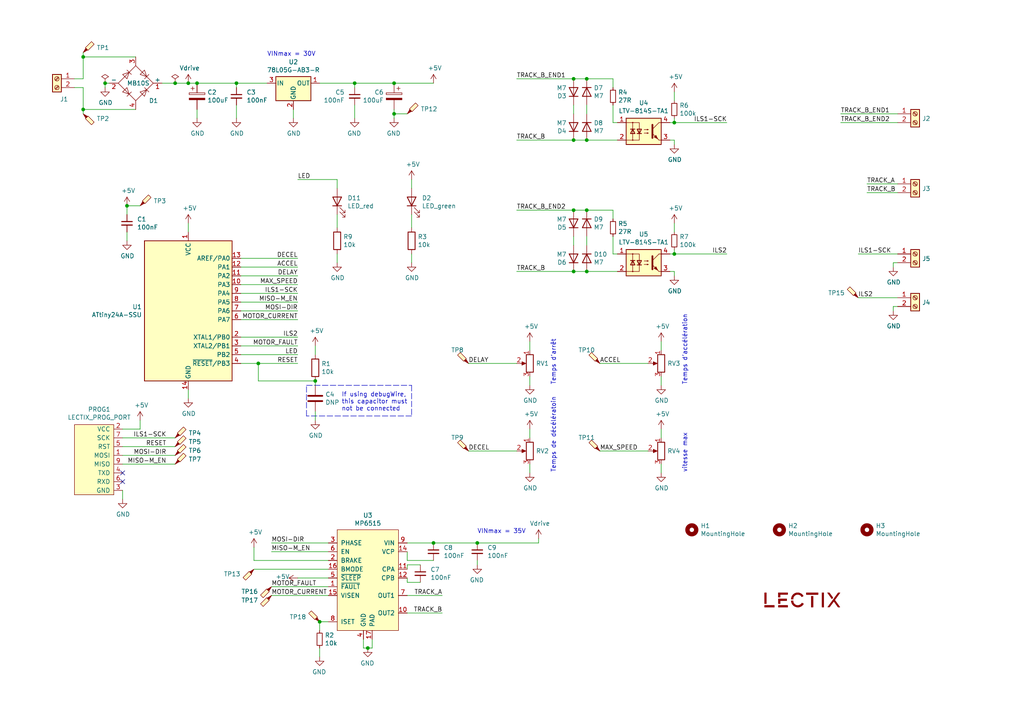
<source format=kicad_sch>
(kicad_sch (version 20211123) (generator eeschema)
  (paper "A4")
  (title_block (title "LEC032002 - Navette analogique") (date "2023-04-19") (rev "2") (company "LECTIX"))
  (lib_symbols
    (symbol "0_connectors:LECTIX_PROG_PORT" (pin_names (offset 1.016))
      (property "Reference" "PROG" (at -5.08 11.43 0))
      (property "Value" "0_connectors_LECTIX_PROG_PORT" (at -6.35 0 90))
      (symbol "LECTIX_PROG_PORT_1_1"
        (pin input line (at 6.35 1.27 180) (length 2.54) (name "MOSI") (number "1"))
        (pin power_in line (at 6.35 -8.89 180) (length 2.54) hide (name "GND") (number "10"))
        (pin power_in line (at 6.35 8.89 180) (length 2.54) (name "VCC") (number "2"))
        (pin power_in line (at 6.35 -8.89 180) (length 2.54) (name "GND") (number "3"))
        (pin output line (at 6.35 -3.81 180) (length 2.54) (name "TXD") (number "4"))
        (pin bidirectional line (at 6.35 3.81 180) (length 2.54) (name "RST") (number "5"))
        (pin input line (at 6.35 -6.35 180) (length 2.54) (name "RXD") (number "6"))
        (pin bidirectional line (at 6.35 6.35 180) (length 2.54) (name "SCK") (number "7"))
        (pin power_in line (at 6.35 -8.89 180) (length 2.54) hide (name "GND") (number "8"))
        (pin output line (at 6.35 -1.27 180) (length 2.54) (name "MISO") (number "9"))
      )
    )
    (symbol "0_connectors:Screw_Terminal_01x02_blue" (pin_names (offset 1.016) hide)
      (property "Reference" "J" (at 0 2.54 0))
      (symbol "Screw_Terminal_01x02_blue_1_1"
        (pin passive line (at -5.08 0 0) (length 3.81) (name "Pin_1") (number "1"))
        (pin passive line (at -5.08 -2.54 0) (length 3.81) (name "Pin_2") (number "2"))
      )
    )
    (symbol "0_connectors:Screw_Terminal_01x02_green" (pin_names (offset 1.016) hide)
      (property "Reference" "J" (at 0 2.54 0))
      (symbol "Screw_Terminal_01x02_green_1_1"
        (pin passive line (at -5.08 0 0) (length 3.81) (name "Pin_1") (number "1"))
        (pin passive line (at -5.08 -2.54 0) (length 3.81) (name "Pin_2") (number "2"))
      )
    )
    (symbol "0_converter_dcdc:78L05G-AB3-R" (pin_names (offset 0.254))
      (property "Reference" "U" (at -3.81 3.175 0))
      (property "Value" "0_converter_dcdc_78L05G-AB3-R" (at -0.635 3.175 0))
      (symbol "78L05G-AB3-R_1_1"
        (pin power_out line (at 7.62 0 180) (length 2.54) (name "OUT") (number "1"))
        (pin power_in line (at 0 -7.62 90) (length 2.54) (name "GND") (number "2"))
        (pin power_in line (at -7.62 0 0) (length 2.54) (name "IN") (number "3"))
      )
    )
    (symbol "0_diode:M7" (pin_numbers hide) (pin_names (offset 1.016) hide)
      (property "Reference" "D" (at 0 2.54 0))
      (property "Value" "0_diode_M7" (at 0 -2.54 0))
      (symbol "M7_1_1"
        (pin passive line (at -3.81 0 0) (length 2.54) (name "K") (number "1"))
        (pin passive line (at 3.81 0 180) (length 2.54) (name "A") (number "2"))
      )
    )
    (symbol "0_diode_bridge:MB10S" (pin_names (offset 0))
      (property "Reference" "D" (at 2.54 6.985 0))
      (property "Value" "0_diode_bridge_MB10S" (at 2.54 5.08 0))
      (property "LCSC" "C2488" (at 0 0 0))
      (property "Mfr" "MDD" (at 0 0 0))
      (property "MPN" "MB10S" (at 0 0 0))
      (property "Supplier" "LCSC" (at 0 0 0))
      (symbol "MB10S_1_1"
        (pin passive line (at 7.62 0 180) (length 2.54) (name "+") (number "1"))
        (pin passive line (at -7.62 0 0) (length 2.54) (name "-") (number "2"))
        (pin passive line (at 0 -7.62 90) (length 2.54) (name "~") (number "3"))
        (pin passive line (at 0 7.62 270) (length 2.54) (name "~") (number "4"))
      )
    )
    (symbol "0_ic:ATtiny24A-SSU"
      (property "Reference" "U" (at -12.7 21.59 0))
      (property "Value" "0_ic_ATtiny24A-SSU" (at 2.54 -21.59 0))
      (symbol "ATtiny24A-SSU_1_1"
        (pin power_in line (at 0 22.86 270) (length 2.54) (name "VCC") (number "1"))
        (pin bidirectional line (at 15.24 7.62 180) (length 2.54) (name "PA3") (number "10"))
        (pin bidirectional line (at 15.24 10.16 180) (length 2.54) (name "PA2") (number "11"))
        (pin bidirectional line (at 15.24 12.7 180) (length 2.54) (name "PA1") (number "12"))
        (pin bidirectional line (at 15.24 15.24 180) (length 2.54) (name "AREF/PA0") (number "13"))
        (pin power_in line (at 0 -22.86 90) (length 2.54) (name "GND") (number "14"))
        (pin bidirectional line (at 15.24 -7.62 180) (length 2.54) (name "XTAL1/PB0") (number "2"))
        (pin bidirectional line (at 15.24 -10.16 180) (length 2.54) (name "XTAL2/PB1") (number "3"))
        (pin bidirectional line (at 15.24 -15.24 180) (length 2.54) (name "~{RESET}/PB3") (number "4"))
        (pin bidirectional line (at 15.24 -12.7 180) (length 2.54) (name "PB2") (number "5"))
        (pin bidirectional line (at 15.24 -2.54 180) (length 2.54) (name "PA7") (number "6"))
        (pin bidirectional line (at 15.24 0 180) (length 2.54) (name "PA6") (number "7"))
        (pin bidirectional line (at 15.24 2.54 180) (length 2.54) (name "PA5") (number "8"))
        (pin bidirectional line (at 15.24 5.08 180) (length 2.54) (name "PA4") (number "9"))
      )
    )
    (symbol "0_ic:MP6515" (pin_names (offset 1.016))
      (property "Reference" "U" (at -7.62 11.43 0))
      (property "Value" "0_ic_MP6515" (at -1.27 8.89 0))
      (symbol "MP6515_1_1"
        (pin open_collector line (at -11.43 -6.35 0) (length 2.54) (name "~{FAULT}") (number "1"))
        (pin output line (at 11.43 -13.97 180) (length 2.54) (name "OUT2") (number "10"))
        (pin passive line (at 11.43 -1.27 180) (length 2.54) (name "CPA") (number "11"))
        (pin passive line (at 11.43 -3.81 180) (length 2.54) (name "CPB") (number "12"))
        (pin power_in line (at -1.27 -21.59 90) (length 2.54) hide (name "GND") (number "13"))
        (pin output line (at 11.43 3.81 180) (length 2.54) (name "VCP") (number "14"))
        (pin output line (at -11.43 -8.89 0) (length 2.54) (name "VISEN") (number "15"))
        (pin input line (at -11.43 -1.27 0) (length 2.54) (name "BMODE") (number "16"))
        (pin power_in line (at 1.27 -21.59 90) (length 2.54) (name "PAD") (number "17"))
        (pin input line (at -11.43 1.27 0) (length 2.54) (name "BRAKE") (number "2"))
        (pin input line (at -11.43 6.35 0) (length 2.54) (name "PHASE") (number "3"))
        (pin power_in line (at -1.27 -21.59 90) (length 2.54) (name "GND") (number "4"))
        (pin input line (at -11.43 -3.81 0) (length 2.54) (name "~{SLEEP}") (number "5"))
        (pin input line (at -11.43 3.81 0) (length 2.54) (name "EN") (number "6"))
        (pin output line (at 11.43 -8.89 180) (length 2.54) (name "OUT1") (number "7"))
        (pin input line (at -11.43 -16.51 0) (length 2.54) (name "ISET") (number "8"))
        (pin power_in line (at 11.43 6.35 180) (length 2.54) (name "VIN") (number "9"))
      )
    )
    (symbol "0_led:LED_green" (pin_numbers hide) (pin_names (offset 1.016) hide)
      (property "Reference" "D" (at 0 2.54 0))
      (property "Value" "0_led_LED_green" (at 0 -2.54 0))
      (symbol "LED_green_1_1"
        (pin passive line (at -3.81 0 0) (length 2.54) (name "K") (number "1"))
        (pin passive line (at 3.81 0 180) (length 2.54) (name "A") (number "2"))
      )
    )
    (symbol "0_led:LED_red" (pin_numbers hide) (pin_names (offset 1.016) hide)
      (property "Reference" "D" (at 0 2.54 0))
      (property "Value" "0_led_LED_red" (at 0 -2.54 0))
      (symbol "LED_red_1_1"
        (pin passive line (at -3.81 0 0) (length 2.54) (name "K") (number "1"))
        (pin passive line (at 3.81 0 180) (length 2.54) (name "A") (number "2"))
      )
    )
    (symbol "0_logos:logo_lectix_25mm" (pin_names (offset 1.016)))
    (symbol "0_optocouplers:LTV-814S-TA1" (pin_names (offset 1.016))
      (property "Reference" "U" (at -5.334 4.826 0))
      (property "Value" "0_optocouplers_LTV-814S-TA1" (at 0 5.08 0))
      (symbol "LTV-814S-TA1_1_1"
        (pin passive line (at -7.62 2.54 0) (length 2.54) (name "~") (number "1"))
        (pin passive line (at -7.62 -2.54 0) (length 2.54) (name "~") (number "2"))
        (pin passive line (at 7.62 -2.54 180) (length 2.54) (name "~") (number "3"))
        (pin passive line (at 7.62 2.54 180) (length 2.54) (name "~") (number "4"))
      )
    )
    (symbol "0_potentiometer:pot_tht_100k_3362P" (pin_names (offset 1.016) hide)
      (property "Reference" "RV" (at -4.445 0 90))
      (property "Value" "0_potentiometer_pot_tht_100k_3362P" (at -2.54 0 90))
      (symbol "pot_tht_100k_3362P_1_1"
        (pin passive line (at 0 3.81 270) (length 1.27) (name "1") (number "1"))
        (pin passive line (at 3.81 0 180) (length 1.27) (name "2") (number "2"))
        (pin passive line (at 0 -3.81 90) (length 1.27) (name "3") (number "3"))
      )
    )
    (symbol "Connector:TestPoint_Probe" (pin_numbers hide) (pin_names (offset 0.762) hide)
      (property "Reference" "TP" (at 1.651 5.842 0))
      (property "Value" "TestPoint_Probe" (at 1.651 4.064 0))
      (symbol "TestPoint_Probe_1_1"
        (pin passive line (at 0 0 90) (length 0) (name "1") (number "1"))
      )
    )
    (symbol "Device:C" (pin_numbers hide) (pin_names (offset 0.254))
      (property "Reference" "C" (at 0.635 2.54 0))
      (property "Value" "C" (at 0.635 -2.54 0))
      (symbol "C_1_1"
        (pin passive line (at 0 3.81 270) (length 2.794) (name "~") (number "1"))
        (pin passive line (at 0 -3.81 90) (length 2.794) (name "~") (number "2"))
      )
    )
    (symbol "Device:CP" (pin_numbers hide) (pin_names (offset 0.254))
      (property "Reference" "C" (at 0.635 2.54 0))
      (property "Value" "Device_CP" (at 0.635 -2.54 0))
      (symbol "CP_1_1"
        (pin passive line (at 0 3.81 270) (length 2.794) (name "~") (number "1"))
        (pin passive line (at 0 -3.81 90) (length 2.794) (name "~") (number "2"))
      )
    )
    (symbol "Device:C_Small" (pin_numbers hide) (pin_names (offset 0.254) hide)
      (property "Reference" "C" (at 0.254 1.778 0))
      (property "Value" "C_Small" (at 0.254 -2.032 0))
      (symbol "C_Small_1_1"
        (pin passive line (at 0 2.54 270) (length 2.032) (name "~") (number "1"))
        (pin passive line (at 0 -2.54 90) (length 2.032) (name "~") (number "2"))
      )
    )
    (symbol "Device:R" (pin_numbers hide) (pin_names (offset 0))
      (property "Reference" "R" (at 2.032 0 90))
      (property "Value" "R" (at 0 0 90))
      (symbol "R_1_1"
        (pin passive line (at 0 3.81 270) (length 1.27) (name "~") (number "1"))
        (pin passive line (at 0 -3.81 90) (length 1.27) (name "~") (number "2"))
      )
    )
    (symbol "Device:R_Small" (pin_numbers hide) (pin_names (offset 0.254) hide)
      (property "Reference" "R" (at 0.762 0.508 0))
      (property "Value" "R_Small" (at 0.762 -1.016 0))
      (symbol "R_Small_1_1"
        (pin passive line (at 0 2.54 270) (length 0.762) (name "~") (number "1"))
        (pin passive line (at 0 -2.54 90) (length 0.762) (name "~") (number "2"))
      )
    )
    (symbol "Mechanical:MountingHole" (pin_names (offset 1.016))
      (property "Reference" "H" (at 0 5.08 0))
      (property "Value" "MountingHole" (at 0 3.175 0))
    )
    (symbol "power:+5V" (power) (pin_names (offset 0))
      (property "Value" "+5V" (at 0 3.556 0))
      (symbol "+5V_1_1"
        (pin power_in line (at 0 0 90) (length 0) hide (name "+5V") (number "1"))
      )
    )
    (symbol "power:GND" (power) (pin_names (offset 0))
      (property "Value" "GND" (at 0 -3.81 0))
      (symbol "GND_1_1"
        (pin power_in line (at 0 0 270) (length 0) hide (name "GND") (number "1"))
      )
    )
    (symbol "power:PWR_FLAG" (power) (pin_numbers hide) (pin_names (offset 0) hide)
      (property "Value" "PWR_FLAG" (at 0 3.81 0))
      (symbol "PWR_FLAG_0_0"
        (pin power_out line (at 0 0 90) (length 0) (name "pwr") (number "1"))
      )
    )
    (symbol "power:Vdrive" (power) (pin_names (offset 0))
      (property "Value" "Vdrive" (at 0 3.81 0))
      (symbol "Vdrive_1_1"
        (pin power_in line (at 0 0 90) (length 0) hide (name "Vdrive") (number "1"))
      )
    )
  )
  (junction (at 170.18 40.64))
  (junction (at 74.93 105.41))
  (junction (at 57.15 24.13))
  (junction (at 24.13 16.51))
  (junction (at 138.43 157.48))
  (junction (at 91.44 110.49))
  (junction (at 68.58 24.13))
  (junction (at 195.58 73.66))
  (junction (at 166.37 78.74))
  (junction (at 54.61 24.13))
  (junction (at 24.13 31.75))
  (junction (at 36.83 59.69))
  (junction (at 125.73 157.48))
  (junction (at 166.37 40.64))
  (junction (at 166.37 22.86))
  (junction (at 170.18 78.74))
  (junction (at 114.3 33.02))
  (junction (at 102.87 24.13))
  (junction (at 170.18 22.86))
  (junction (at 106.68 187.96))
  (junction (at 114.3 24.13))
  (junction (at 170.18 60.96))
  (junction (at 166.37 60.96))
  (junction (at 30.48 24.13))
  (junction (at 50.8 24.13))
  (junction (at 92.71 180.34))
  (junction (at 195.58 35.56))
  (no_connect (at 35.56 137.16))
  (no_connect (at 35.56 139.7))
  (wire (pts (xy 40.64 59.69) (xy 36.83 59.69)))
  (wire (pts (xy 92.71 182.88) (xy 92.71 180.34)))
  (wire (pts (xy 69.85 105.41) (xy 74.93 105.41)))
  (wire (pts (xy 114.3 33.02) (xy 114.3 34.29)))
  (wire (pts (xy 92.71 190.5) (xy 92.71 187.96)))
  (wire (pts (xy 46.99 24.13) (xy 50.8 24.13)))
  (wire (pts (xy 170.18 40.64) (xy 179.07 40.64)))
  (wire (pts (xy 69.85 87.63) (xy 86.36 87.63)))
  (wire (pts (xy 195.58 73.66) (xy 210.82 73.66)))
  (wire (pts (xy 260.35 35.56) (xy 243.84 35.56)))
  (wire (pts (xy 195.58 26.67) (xy 195.58 29.21)))
  (polyline (pts (xy 88.9 111.76) (xy 119.38 111.76)))
  (wire (pts (xy 54.61 64.77) (xy 54.61 67.31)))
  (wire (pts (xy 69.85 90.17) (xy 86.36 90.17)))
  (wire (pts (xy 114.3 24.13) (xy 125.73 24.13)))
  (wire (pts (xy 195.58 80.01) (xy 195.58 78.74)))
  (wire (pts (xy 95.25 165.1) (xy 73.66 165.1)))
  (wire (pts (xy 97.79 52.07) (xy 86.36 52.07)))
  (wire (pts (xy 118.11 167.64) (xy 118.11 168.91)))
  (wire (pts (xy 36.83 67.31) (xy 36.83 69.85)))
  (wire (pts (xy 177.8 73.66) (xy 177.8 68.58)))
  (wire (pts (xy 35.56 142.24) (xy 35.56 144.78)))
  (wire (pts (xy 119.38 54.61) (xy 119.38 52.07)))
  (wire (pts (xy 259.08 77.47) (xy 259.08 76.2)))
  (wire (pts (xy 30.48 24.13) (xy 31.75 24.13)))
  (wire (pts (xy 118.11 33.02) (xy 114.3 33.02)))
  (wire (pts (xy 153.67 109.22) (xy 153.67 111.76)))
  (wire (pts (xy 260.35 86.36) (xy 248.92 86.36)))
  (wire (pts (xy 118.11 177.8) (xy 128.27 177.8)))
  (wire (pts (xy 97.79 66.04) (xy 97.79 62.23)))
  (wire (pts (xy 107.95 187.96) (xy 106.68 187.96)))
  (wire (pts (xy 68.58 30.48) (xy 68.58 34.29)))
  (wire (pts (xy 92.71 180.34) (xy 95.25 180.34)))
  (wire (pts (xy 24.13 25.4) (xy 21.59 25.4)))
  (wire (pts (xy 73.66 162.56) (xy 95.25 162.56)))
  (wire (pts (xy 153.67 99.06) (xy 153.67 101.6)))
  (wire (pts (xy 97.79 54.61) (xy 97.79 52.07)))
  (wire (pts (xy 166.37 78.74) (xy 149.86 78.74)))
  (wire (pts (xy 177.8 63.5) (xy 177.8 60.96)))
  (wire (pts (xy 195.58 40.64) (xy 194.31 40.64)))
  (wire (pts (xy 102.87 30.48) (xy 102.87 34.29)))
  (wire (pts (xy 35.56 129.54) (xy 50.8 129.54)))
  (wire (pts (xy 156.21 157.48) (xy 156.21 156.21)))
  (wire (pts (xy 68.58 24.13) (xy 77.47 24.13)))
  (wire (pts (xy 260.35 55.88) (xy 251.46 55.88)))
  (wire (pts (xy 68.58 25.4) (xy 68.58 24.13)))
  (wire (pts (xy 153.67 134.62) (xy 153.67 137.16)))
  (wire (pts (xy 170.18 30.48) (xy 170.18 33.02)))
  (wire (pts (xy 191.77 99.06) (xy 191.77 101.6)))
  (wire (pts (xy 106.68 187.96) (xy 105.41 187.96)))
  (wire (pts (xy 260.35 33.02) (xy 243.84 33.02)))
  (wire (pts (xy 69.85 74.93) (xy 86.36 74.93)))
  (wire (pts (xy 107.95 185.42) (xy 107.95 187.96)))
  (wire (pts (xy 118.11 168.91) (xy 121.92 168.91)))
  (wire (pts (xy 30.48 24.13) (xy 30.48 25.4)))
  (wire (pts (xy 187.96 105.41) (xy 173.99 105.41)))
  (wire (pts (xy 195.58 35.56) (xy 210.82 35.56)))
  (wire (pts (xy 69.85 92.71) (xy 86.36 92.71)))
  (wire (pts (xy 35.56 132.08) (xy 50.8 132.08)))
  (wire (pts (xy 191.77 124.46) (xy 191.77 127)))
  (wire (pts (xy 179.07 35.56) (xy 177.8 35.56)))
  (wire (pts (xy 191.77 109.22) (xy 191.77 111.76)))
  (wire (pts (xy 57.15 31.75) (xy 57.15 34.29)))
  (wire (pts (xy 170.18 60.96) (xy 166.37 60.96)))
  (wire (pts (xy 74.93 105.41) (xy 86.36 105.41)))
  (wire (pts (xy 24.13 16.51) (xy 24.13 22.86)))
  (wire (pts (xy 24.13 33.02) (xy 24.13 31.75)))
  (wire (pts (xy 118.11 157.48) (xy 125.73 157.48)))
  (wire (pts (xy 166.37 60.96) (xy 149.86 60.96)))
  (wire (pts (xy 40.64 124.46) (xy 35.56 124.46)))
  (wire (pts (xy 170.18 68.58) (xy 170.18 71.12)))
  (polyline (pts (xy 88.9 120.65) (xy 88.9 111.76)))
  (wire (pts (xy 73.66 158.75) (xy 73.66 162.56)))
  (wire (pts (xy 95.25 160.02) (xy 78.74 160.02)))
  (wire (pts (xy 153.67 124.46) (xy 153.67 127)))
  (wire (pts (xy 195.58 73.66) (xy 194.31 73.66)))
  (wire (pts (xy 166.37 40.64) (xy 170.18 40.64)))
  (wire (pts (xy 69.85 77.47) (xy 86.36 77.47)))
  (wire (pts (xy 187.96 130.81) (xy 173.99 130.81)))
  (wire (pts (xy 177.8 22.86) (xy 170.18 22.86)))
  (wire (pts (xy 118.11 172.72) (xy 128.27 172.72)))
  (wire (pts (xy 102.87 25.4) (xy 102.87 24.13)))
  (wire (pts (xy 121.92 163.83) (xy 118.11 163.83)))
  (wire (pts (xy 50.8 24.13) (xy 54.61 24.13)))
  (wire (pts (xy 24.13 16.51) (xy 39.37 16.51)))
  (wire (pts (xy 260.35 53.34) (xy 251.46 53.34)))
  (wire (pts (xy 92.71 24.13) (xy 102.87 24.13)))
  (wire (pts (xy 102.87 24.13) (xy 114.3 24.13)))
  (wire (pts (xy 114.3 31.75) (xy 114.3 33.02)))
  (wire (pts (xy 195.58 64.77) (xy 195.58 67.31)))
  (wire (pts (xy 36.83 59.69) (xy 36.83 62.23)))
  (wire (pts (xy 69.85 85.09) (xy 86.36 85.09)))
  (wire (pts (xy 125.73 162.56) (xy 118.11 162.56)))
  (wire (pts (xy 260.35 73.66) (xy 248.92 73.66)))
  (wire (pts (xy 166.37 68.58) (xy 166.37 71.12)))
  (wire (pts (xy 24.13 15.24) (xy 24.13 16.51)))
  (wire (pts (xy 69.85 97.79) (xy 86.36 97.79)))
  (wire (pts (xy 54.61 113.03) (xy 54.61 115.57)))
  (wire (pts (xy 195.58 78.74) (xy 194.31 78.74)))
  (wire (pts (xy 24.13 31.75) (xy 39.37 31.75)))
  (wire (pts (xy 119.38 66.04) (xy 119.38 62.23)))
  (wire (pts (xy 91.44 111.76) (xy 91.44 110.49)))
  (wire (pts (xy 195.58 72.39) (xy 195.58 73.66)))
  (wire (pts (xy 166.37 78.74) (xy 170.18 78.74)))
  (wire (pts (xy 85.09 31.75) (xy 85.09 34.29)))
  (wire (pts (xy 78.74 157.48) (xy 95.25 157.48)))
  (wire (pts (xy 24.13 22.86) (xy 21.59 22.86)))
  (wire (pts (xy 35.56 127) (xy 50.8 127)))
  (wire (pts (xy 149.86 105.41) (xy 135.89 105.41)))
  (wire (pts (xy 91.44 119.38) (xy 91.44 121.92)))
  (wire (pts (xy 91.44 110.49) (xy 74.93 110.49)))
  (wire (pts (xy 54.61 24.13) (xy 57.15 24.13)))
  (wire (pts (xy 179.07 73.66) (xy 177.8 73.66)))
  (wire (pts (xy 91.44 100.33) (xy 91.44 102.87)))
  (wire (pts (xy 78.74 170.18) (xy 95.25 170.18)))
  (wire (pts (xy 118.11 162.56) (xy 118.11 160.02)))
  (wire (pts (xy 86.36 167.64) (xy 95.25 167.64)))
  (wire (pts (xy 119.38 76.2) (xy 119.38 73.66)))
  (wire (pts (xy 191.77 134.62) (xy 191.77 137.16)))
  (wire (pts (xy 57.15 24.13) (xy 68.58 24.13)))
  (wire (pts (xy 177.8 25.4) (xy 177.8 22.86)))
  (wire (pts (xy 177.8 60.96) (xy 170.18 60.96)))
  (wire (pts (xy 24.13 31.75) (xy 24.13 25.4)))
  (wire (pts (xy 97.79 76.2) (xy 97.79 73.66)))
  (wire (pts (xy 195.58 35.56) (xy 194.31 35.56)))
  (wire (pts (xy 166.37 40.64) (xy 149.86 40.64)))
  (wire (pts (xy 259.08 88.9) (xy 260.35 88.9)))
  (wire (pts (xy 149.86 130.81) (xy 135.89 130.81)))
  (wire (pts (xy 259.08 76.2) (xy 260.35 76.2)))
  (polyline (pts (xy 119.38 111.76) (xy 119.38 120.65)))
  (wire (pts (xy 138.43 157.48) (xy 156.21 157.48)))
  (wire (pts (xy 170.18 78.74) (xy 179.07 78.74)))
  (wire (pts (xy 195.58 34.29) (xy 195.58 35.56)))
  (wire (pts (xy 170.18 22.86) (xy 166.37 22.86)))
  (wire (pts (xy 166.37 30.48) (xy 166.37 33.02)))
  (wire (pts (xy 69.85 102.87) (xy 86.36 102.87)))
  (polyline (pts (xy 119.38 120.65) (xy 88.9 120.65)))
  (wire (pts (xy 69.85 82.55) (xy 86.36 82.55)))
  (wire (pts (xy 69.85 80.01) (xy 86.36 80.01)))
  (wire (pts (xy 105.41 187.96) (xy 105.41 185.42)))
  (wire (pts (xy 118.11 163.83) (xy 118.11 165.1)))
  (wire (pts (xy 177.8 35.56) (xy 177.8 30.48)))
  (wire (pts (xy 35.56 134.62) (xy 50.8 134.62)))
  (wire (pts (xy 195.58 41.91) (xy 195.58 40.64)))
  (wire (pts (xy 40.64 121.92) (xy 40.64 124.46)))
  (wire (pts (xy 125.73 157.48) (xy 138.43 157.48)))
  (wire (pts (xy 166.37 22.86) (xy 149.86 22.86)))
  (wire (pts (xy 78.74 172.72) (xy 95.25 172.72)))
  (wire (pts (xy 74.93 110.49) (xy 74.93 105.41)))
  (wire (pts (xy 138.43 163.83) (xy 138.43 162.56)))
  (wire (pts (xy 69.85 100.33) (xy 86.36 100.33)))
  (wire (pts (xy 259.08 90.17) (xy 259.08 88.9)))
  (text "VINmax = 35V" (at 138.43 154.94 0) (effects (font (size 1.27 1.27)) (justify left bottom)))
  (text "vitesse max" (at 199.39 137.16 90) (effects (font (size 1.27 1.27)) (justify left bottom)))
  (text "VINmax = 30V" (at 77.47 16.51 0) (effects (font (size 1.27 1.27)) (justify left bottom)))
  (text "Temps d’arrêt" (at 161.29 111.76 90) (effects (font (size 1.27 1.27)) (justify left bottom)))
  (text "If using debugWire, \nthis capacitor must \nnot be connected" (at 99.06 119.38 0) (effects (font (size 1.27 1.27)) (justify left bottom)))
  (text "Temps d’accélération" (at 199.39 111.76 90) (effects (font (size 1.27 1.27)) (justify left bottom)))
  (text "Temps de décélératoin" (at 161.29 137.16 90) (effects (font (size 1.27 1.27)) (justify left bottom)))
  (label "ACCEL" (at 86.36 77.47 180))
  (label "MOTOR_CURRENT" (at 78.74 172.72 0))
  (label "MISO-M_EN" (at 48.26 134.62 180))
  (label "MOTOR_FAULT" (at 78.74 170.18 0))
  (label "TRACK_A" (at 251.46 53.34 0))
  (label "MOSI-DIR" (at 48.26 132.08 180))
  (label "ILS2" (at 248.92 86.36 0))
  (label "DECEL" (at 135.89 130.81 0))
  (label "TRACK_B" (at 128.27 177.8 180))
  (label "MOTOR_FAULT" (at 86.36 100.33 180))
  (label "ILS1-SCK" (at 86.36 85.09 180))
  (label "TRACK_B_END2" (at 149.86 60.96 0))
  (label "ILS2" (at 86.36 97.79 180))
  (label "ILS1-SCK" (at 248.92 73.66 0))
  (label "TRACK_B_END1" (at 243.84 33.02 0))
  (label "MAX_SPEED" (at 173.99 130.81 0))
  (label "MISO-M_EN" (at 78.74 160.02 0))
  (label "TRACK_B_END1" (at 149.86 22.86 0))
  (label "DELAY" (at 135.89 105.41 0))
  (label "DELAY" (at 86.36 80.01 180))
  (label "ACCEL" (at 173.99 105.41 0))
  (label "DECEL" (at 86.36 74.93 180))
  (label "LED" (at 86.36 102.87 180))
  (label "ILS2" (at 210.82 73.66 180))
  (label "MISO-M_EN" (at 86.36 87.63 180))
  (label "MAX_SPEED" (at 86.36 82.55 180))
  (label "MOSI-DIR" (at 78.74 157.48 0))
  (label "RESET" (at 48.26 129.54 180))
  (label "MOTOR_CURRENT" (at 86.36 92.71 180))
  (label "LED" (at 86.36 52.07 0))
  (label "TRACK_B" (at 149.86 40.64 0))
  (label "TRACK_B" (at 251.46 55.88 0))
  (label "TRACK_A" (at 128.27 172.72 180))
  (label "TRACK_B_END2" (at 243.84 35.56 0))
  (label "RESET" (at 86.36 105.41 180))
  (label "ILS1-SCK" (at 48.26 127 180))
  (label "ILS1-SCK" (at 210.82 35.56 180))
  (label "MOSI-DIR" (at 86.36 90.17 180))
  (label "TRACK_B" (at 149.86 78.74 0))
  (symbol (lib_id "power:GND") (at 54.61 115.57 0) (unit 1)
    (property "Reference" "#PWR08" (effects hide))
    (property "Value" "GND" (at 54.737 119.9642 0))
  )
  (symbol (lib_id "power:+5V") (at 54.61 64.77 0) (unit 1)
    (property "Reference" "#PWR07" (effects hide))
    (property "Value" "+5V" (at 54.991 60.3758 0))
  )
  (symbol (lib_id "Device:C") (at 91.44 115.57 0) (unit 1) (in_bom no)
    (property "Reference" "C4" (at 94.361 114.4016 0) (effects (justify left)))
    (property "Value" "DNP" (at 94.361 116.713 0) (effects (justify left)))
    (property "Footprint" "Capacitor_SMD:C_0603_1608Metric" (effects hide))
    (property "LCSC" "DNP" (effects hide))
  )
  (symbol (lib_id "power:GND") (at 91.44 121.92 0) (unit 1)
    (property "Reference" "#PWR014" (effects hide))
    (property "Value" "GND" (at 91.567 126.3142 0))
  )
  (symbol (lib_id "Device:C_Small") (at 36.83 64.77 0) (unit 1)
    (property "Reference" "C1" (at 39.751 63.6016 0) (effects (justify left)))
    (property "Value" "100nF" (at 39.751 65.913 0) (effects (justify left)))
    (property "Footprint" "Capacitor_SMD:C_0603_1608Metric" (effects hide))
    (property "LCSC" "C14663" (effects hide))
  )
  (symbol (lib_id "power:GND") (at 36.83 69.85 0) (unit 1)
    (property "Reference" "#PWR04" (effects hide))
    (property "Value" "GND" (at 36.957 74.2442 0))
  )
  (symbol (lib_id "power:+5V") (at 36.83 59.69 0) (unit 1)
    (property "Reference" "#PWR03" (effects hide))
    (property "Value" "+5V" (at 37.211 55.2958 0))
  )
  (symbol (lib_id "power:GND") (at 30.48 25.4 0) (unit 1)
    (property "Reference" "#PWR01" (effects hide))
    (property "Value" "GND" (at 30.607 29.7942 0))
  )
  (symbol (lib_id "Device:CP") (at 57.15 27.94 0) (unit 1)
    (property "Reference" "C2" (at 60.1472 26.7716 0) (effects (justify left)))
    (property "Value" "100uF" (at 60.1472 29.083 0) (effects (justify left)))
    (property "Footprint" "Capacitor_SMD:CP_Elec_6.3x7.7" (effects hide))
    (property "Buy" "https://lcsc.com/product-detail/Aluminum-Electrolytic-Capacitors-SMD_100uF-20-35V_C141427.html" (effects hide))
    (property "LCSC" "C249982" (effects hide))
  )
  (symbol (lib_id "power:GND") (at 57.15 34.29 0) (unit 1)
    (property "Reference" "#PWR09" (effects hide))
    (property "Value" "GND" (at 57.277 38.6842 0))
  )
  (symbol (lib_id "power:GND") (at 68.58 34.29 0) (unit 1)
    (property "Reference" "#PWR010" (effects hide))
    (property "Value" "GND" (at 68.707 38.6842 0))
  )
  (symbol (lib_id "power:GND") (at 85.09 34.29 0) (unit 1)
    (property "Reference" "#PWR011" (effects hide))
    (property "Value" "GND" (at 85.217 38.6842 0))
  )
  (symbol (lib_id "power:+5V") (at 125.73 24.13 0) (unit 1)
    (property "Reference" "#PWR021" (effects hide))
    (property "Value" "+5V" (at 126.111 19.7358 0))
  )
  (symbol (lib_id "Mechanical:MountingHole") (at 200.66 153.67 0) (unit 1)
    (property "Reference" "H1" (at 203.2 152.5016 0) (effects (justify left)))
    (property "Value" "MountingHole" (at 203.2 154.813 0) (effects (justify left)))
    (property "Footprint" "0_mechanical:MountingHole_3.2mm_M3" (effects hide))
    (property "LCSC" "DNP" (effects hide))
  )
  (symbol (lib_id "Mechanical:MountingHole") (at 226.06 153.67 0) (unit 1)
    (property "Reference" "H2" (at 228.6 152.5016 0) (effects (justify left)))
    (property "Value" "MountingHole" (at 228.6 154.813 0) (effects (justify left)))
    (property "Footprint" "0_mechanical:MountingHole_3.2mm_M3" (effects hide))
    (property "LCSC" "DNP" (effects hide))
  )
  (symbol (lib_id "Mechanical:MountingHole") (at 251.46 153.67 0) (unit 1)
    (property "Reference" "H3" (at 254 152.5016 0) (effects (justify left)))
    (property "Value" "MountingHole" (at 254 154.813 0) (effects (justify left)))
    (property "Footprint" "0_mechanical:MountingHole_3.2mm_M3" (effects hide))
    (property "LCSC" "DNP" (effects hide))
  )
  (symbol (lib_id "power:+5V") (at 153.67 99.06 0) (unit 1)
    (property "Reference" "#PWR024" (effects hide))
    (property "Value" "+5V" (at 154.051 94.6658 0))
  )
  (symbol (lib_id "power:GND") (at 153.67 111.76 0) (unit 1)
    (property "Reference" "#PWR025" (effects hide))
    (property "Value" "GND" (at 153.797 116.1542 0))
  )
  (symbol (lib_id "Device:R") (at 91.44 106.68 0) (unit 1)
    (property "Reference" "R1" (at 93.218 105.5116 0) (effects (justify left)))
    (property "Value" "10k" (at 93.218 107.823 0) (effects (justify left)))
    (property "Footprint" "Resistor_SMD:R_0603_1608Metric" (effects hide))
    (property "LCSC" "C25804" (effects hide))
  )
  (symbol (lib_id "power:+5V") (at 91.44 100.33 0) (unit 1)
    (property "Reference" "#PWR013" (effects hide))
    (property "Value" "+5V" (at 91.821 95.9358 0))
  )
  (symbol (lib_id "0_logos:logo_lectix_25mm") (at 232.41 173.99 0) (unit 1)
    (property "Reference" "LOGO1" (effects hide))
    (property "Value" "logo_lectix_25mm" (effects hide))
    (property "Footprint" "0_logos:Logo_10mm" (effects hide))
    (property "LCSC" "DNP" (effects hide))
  )
  (symbol (lib_id "Connector:TestPoint_Probe") (at 24.13 15.24 0) (unit 1)
    (property "Reference" "TP1" (at 28.0162 13.843 0) (effects (justify left)))
    (property "Value" "TestPoint_Probe" (effects hide))
    (property "Footprint" "TestPoint:TestPoint_Pad_D1.0mm" (effects hide))
    (property "LCSC" "DNP" (effects hide))
  )
  (symbol (lib_id "Connector:TestPoint_Probe") (at 24.13 33.02 0) (mirror x) (unit 1)
    (property "Reference" "TP2" (at 28.0162 34.417 0) (effects (justify left)))
    (property "Value" "TestPoint_Probe" (effects hide))
    (property "Footprint" "TestPoint:TestPoint_Pad_D1.0mm" (effects hide))
    (property "LCSC" "DNP" (effects hide))
  )
  (symbol (lib_id "0_diode_bridge:MB10S") (at 39.37 24.13 0) (mirror x) (unit 1)
    (property "Reference" "D1" (at 43.18 29.21 0) (effects (justify left)))
    (property "Value" "MB10S" (at 36.83 24.13 0) (effects (justify left)))
    (property "Footprint" "Package_TO_SOT_SMD:TO-269AA" (effects hide))
    (property "Datasheet" "https://www.mouser.fr/datasheet/2/308/MB10S-1301345.pdf" (effects hide))
    (property "LCSC" "C2488" (effects hide))
  )
  (symbol (lib_id "0_ic:ATtiny24A-SSU") (at 54.61 90.17 0) (unit 1)
    (property "Reference" "U1" (at 41.148 89.0016 0) (effects (justify right)))
    (property "Value" "ATtiny24A-SSU" (at 41.148 91.313 0) (effects (justify right)))
    (property "Footprint" "Package_SO:SOIC-14_3.9x8.7mm_P1.27mm" (effects hide))
    (property "Datasheet" "http://ww1.microchip.com/downloads/en/DeviceDoc/doc8006.pdf" (effects hide))
    (property "LCSC" "C14909" (effects hide))
    (property "LCSC-ALT" "C22101" (effects hide))
    (property "JLCPCB_CORRECTION" "0;0;90" (effects hide))
  )
  (symbol (lib_id "0_connectors:Screw_Terminal_01x02_green") (at 16.51 22.86 0) (mirror y) (unit 1)
    (property "Reference" "J1" (at 18.5928 28.7782 0))
    (property "Value" "Screw_Terminal_01x02_green" (effects hide))
    (property "Footprint" "0_connectors:TerminalBlock_bornier-2_P5.08mm-green" (effects hide))
    (property "Datasheet" "https://datasheet.lcsc.com/szlcsc/1912111437_DIBO-DB126V-5-0-2P-GN_C395849.pdf" (effects hide))
    (property "LCSC" "C395849" (effects hide))
    (property "MPN" "DB126V-5.0-2P-GN" (effects hide))
    (property "Supplier" "LCSC" (effects hide))
    (property "Mfr" "DIBO" (effects hide))
  )
  (symbol (lib_id "0_connectors:Screw_Terminal_01x02_blue") (at 265.43 53.34 0) (unit 1)
    (property "Reference" "J3" (at 267.462 54.7116 0) (effects (justify left)))
    (property "Value" "Screw_Terminal_01x02_blue" (effects hide))
    (property "Footprint" "0_connectors:TerminalBlock_bornier-2_P5.08mm-blue" (effects hide))
    (property "Datasheet" "https://datasheet.lcsc.com/szlcsc/1912111437_DIBO-DB301V-5-0-2P-BU-S_C395882.pdf" (effects hide))
    (property "LCSC" "C430621" (effects hide))
    (property "MPN" "DB301V-5.0-2P-BU-P" (effects hide))
    (property "Supplier" "LCSC" (effects hide))
    (property "Mfr" "DIBO" (effects hide))
    (property "JLCPCB_CORRECTION" "0;0;180" (effects hide))
  )
  (symbol (lib_id "0_potentiometer:pot_tht_100k_3362P") (at 153.67 105.41 0) (mirror y) (unit 1)
    (property "Reference" "RV1" (at 155.448 105.41 0) (effects (justify right)))
    (property "Value" "pot_smd_100k_3362P" (effects hide))
    (property "Footprint" "0_potentiometers:BOURNS-3362P_pot" (effects hide))
    (property "LCSC" "C118966" (effects hide))
    (property "MPN" "3362P-1-104" (effects hide))
    (property "Manufacturer" "BOCHEN(Chengdu Guosheng Tech)" (effects hide))
    (property "JLCPCB_CORRECTION" "1.27;0;0" (effects hide))
  )
  (symbol (lib_id "power:PWR_FLAG") (at 30.48 24.13 0) (unit 1)
    (property "Reference" "#FLG01" (effects hide))
    (property "Value" "PWR_FLAG" (effects hide))
  )
  (symbol (lib_id "power:PWR_FLAG") (at 50.8 24.13 0) (unit 1)
    (property "Reference" "#FLG02" (effects hide))
    (property "Value" "PWR_FLAG" (effects hide))
  )
  (symbol (lib_id "Device:R") (at 119.38 69.85 0) (unit 1)
    (property "Reference" "R3" (at 121.158 68.6816 0) (effects (justify left)))
    (property "Value" "10k" (at 121.158 70.993 0) (effects (justify left)))
    (property "Footprint" "Resistor_SMD:R_0603_1608Metric" (effects hide))
    (property "LCSC" "C25804" (effects hide))
  )
  (symbol (lib_id "power:GND") (at 119.38 76.2 0) (unit 1)
    (property "Reference" "#PWR019" (effects hide))
    (property "Value" "GND" (at 119.507 80.5942 0))
  )
  (symbol (lib_id "0_led:LED_red") (at 97.79 58.42 90) (unit 1)
    (property "Reference" "D11" (at 100.7872 57.4294 90) (effects (justify right)))
    (property "Value" "LED_red" (at 100.7872 59.7408 90) (effects (justify right)))
    (property "Footprint" "LED_SMD:LED_0603_1608Metric" (effects hide))
    (property "LCSC" "C2286" (effects hide))
  )
  (symbol (lib_id "power:+5V") (at 119.38 52.07 0) (unit 1)
    (property "Reference" "#PWR018" (effects hide))
    (property "Value" "+5V" (at 119.761 47.6758 0))
  )
  (symbol (lib_id "0_converter_dcdc:78L05G-AB3-R") (at 85.09 24.13 0) (unit 1)
    (property "Reference" "U2" (at 85.09 17.9832 0))
    (property "Value" "78L05G-AB3-R" (at 85.09 20.2946 0))
    (property "Footprint" "Package_TO_SOT_SMD:SOT-89-3" (effects hide))
    (property "Datasheet" "https://datasheet.lcsc.com/lcsc/1809200029_UTC-Unisonic-Tech-78L05G-AB3-R_C71136.pdf" (effects hide))
    (property "LCSC" "C71136" (effects hide))
    (property "MPN" "78L05G-AB3-R" (effects hide))
    (property "JLCPCB_CORRECTION" "0;0;180" (effects hide))
  )
  (symbol (lib_id "Connector:TestPoint_Probe") (at 40.64 59.69 0) (unit 1)
    (property "Reference" "TP3" (at 44.5262 58.293 0) (effects (justify left)))
    (property "Value" "TestPoint_Probe" (effects hide))
    (property "Footprint" "TestPoint:TestPoint_Pad_D1.0mm" (effects hide))
    (property "LCSC" "DNP" (effects hide))
  )
  (symbol (lib_id "Device:CP") (at 114.3 27.94 0) (mirror y) (unit 1)
    (property "Reference" "C6" (at 111.3028 26.7716 0) (effects (justify left)))
    (property "Value" "100uF" (at 111.3028 29.083 0) (effects (justify left)))
    (property "Footprint" "Capacitor_SMD:CP_Elec_6.3x7.7" (effects hide))
    (property "Buy" "https://lcsc.com/product-detail/Aluminum-Electrolytic-Capacitors-SMD_100uF-20-35V_C141427.html" (effects hide))
    (property "LCSC" "C249982" (effects hide))
  )
  (symbol (lib_id "power:GND") (at 114.3 34.29 0) (mirror y) (unit 1)
    (property "Reference" "#PWR020" (effects hide))
    (property "Value" "GND" (at 114.173 38.6842 0))
  )
  (symbol (lib_id "power:GND") (at 102.87 34.29 0) (mirror y) (unit 1)
    (property "Reference" "#PWR016" (effects hide))
    (property "Value" "GND" (at 102.743 38.6842 0))
  )
  (symbol (lib_id "Connector:TestPoint_Probe") (at 50.8 134.62 0) (unit 1)
    (property "Reference" "TP7" (at 54.6862 133.223 0) (effects (justify left)))
    (property "Value" "TestPoint_Probe" (effects hide))
    (property "Footprint" "TestPoint:TestPoint_Pad_D1.0mm" (effects hide))
    (property "LCSC" "DNP" (effects hide))
  )
  (symbol (lib_id "0_ic:MP6515") (at 106.68 163.83 0) (unit 1)
    (property "Reference" "U3" (at 106.68 149.479 0))
    (property "Value" "MP6515" (at 106.68 151.7904 0))
    (property "Footprint" "Package_SO:HTSSOP-16-1EP_4.4x5mm_P0.65mm_EP3.4x5mm_Mask3x3mm_ThermalVias" (effects hide))
    (property "Datasheet" "https://www.mouser.fr/datasheet/2/277/MP6515-1371166.pdf" (effects hide))
    (property "LCSC" "C114139" (effects hide))
    (property "MPN" "MP6515GF-Z" (effects hide))
    (property "JLCPCB_CORRECTION" "0;0;90" (effects hide))
  )
  (symbol (lib_id "Device:C_Small") (at 68.58 27.94 0) (unit 1)
    (property "Reference" "C3" (at 71.501 26.7716 0) (effects (justify left)))
    (property "Value" "100nF" (at 71.501 29.083 0) (effects (justify left)))
    (property "Footprint" "Capacitor_SMD:C_0603_1608Metric" (effects hide))
    (property "LCSC" "C14663" (effects hide))
  )
  (symbol (lib_id "Connector:TestPoint_Probe") (at 50.8 132.08 0) (unit 1)
    (property "Reference" "TP6" (at 54.6862 130.683 0) (effects (justify left)))
    (property "Value" "TestPoint_Probe" (effects hide))
    (property "Footprint" "TestPoint:TestPoint_Pad_D1.0mm" (effects hide))
    (property "LCSC" "DNP" (effects hide))
  )
  (symbol (lib_id "Device:C_Small") (at 102.87 27.94 0) (mirror y) (unit 1)
    (property "Reference" "C5" (at 99.949 26.7716 0) (effects (justify left)))
    (property "Value" "100nF" (at 99.949 29.083 0) (effects (justify left)))
    (property "Footprint" "Capacitor_SMD:C_0603_1608Metric" (effects hide))
    (property "LCSC" "C14663" (effects hide))
  )
  (symbol (lib_id "Connector:TestPoint_Probe") (at 50.8 129.54 0) (unit 1)
    (property "Reference" "TP5" (at 54.6862 128.143 0) (effects (justify left)))
    (property "Value" "TestPoint_Probe" (effects hide))
    (property "Footprint" "TestPoint:TestPoint_Pad_D1.0mm" (effects hide))
    (property "LCSC" "DNP" (effects hide))
  )
  (symbol (lib_id "Device:C_Small") (at 125.73 160.02 0) (unit 1)
    (property "Reference" "C8" (at 128.651 158.8516 0) (effects (justify left)))
    (property "Value" "100nF" (at 128.651 161.163 0) (effects (justify left)))
    (property "Footprint" "Capacitor_SMD:C_0603_1608Metric" (effects hide))
    (property "LCSC" "C14663" (effects hide))
  )
  (symbol (lib_id "Device:C_Small") (at 121.92 166.37 0) (unit 1)
    (property "Reference" "C7" (at 124.841 165.2016 0) (effects (justify left)))
    (property "Value" "100nF" (at 124.841 167.513 0) (effects (justify left)))
    (property "Footprint" "Capacitor_SMD:C_0603_1608Metric" (effects hide))
    (property "LCSC" "C14663" (effects hide))
  )
  (symbol (lib_id "Device:C_Small") (at 138.43 160.02 0) (unit 1)
    (property "Reference" "C9" (at 141.351 158.8516 0) (effects (justify left)))
    (property "Value" "100nF" (at 141.351 161.163 0) (effects (justify left)))
    (property "Footprint" "Capacitor_SMD:C_0603_1608Metric" (effects hide))
    (property "LCSC" "C14663" (effects hide))
  )
  (symbol (lib_id "Connector:TestPoint_Probe") (at 50.8 127 0) (unit 1)
    (property "Reference" "TP4" (at 54.6862 125.603 0) (effects (justify left)))
    (property "Value" "TestPoint_Probe" (effects hide))
    (property "Footprint" "TestPoint:TestPoint_Pad_D1.0mm" (effects hide))
    (property "LCSC" "DNP" (effects hide))
  )
  (symbol (lib_id "power:GND") (at 106.68 187.96 0) (mirror y) (unit 1)
    (property "Reference" "#PWR017" (effects hide))
    (property "Value" "GND" (at 106.553 192.3542 0))
  )
  (symbol (lib_id "power:GND") (at 138.43 163.83 0) (mirror y) (unit 1)
    (property "Reference" "#PWR022" (effects hide))
    (property "Value" "GND" (at 138.303 168.2242 0))
  )
  (symbol (lib_id "power:Vdrive") (at 156.21 156.21 0) (unit 1)
    (property "Reference" "#PWR028" (effects hide))
    (property "Value" "Vdrive" (at 156.591 151.8158 0))
  )
  (symbol (lib_id "power:Vdrive") (at 54.61 24.13 0) (unit 1)
    (property "Reference" "#PWR06" (effects hide))
    (property "Value" "Vdrive" (at 54.991 19.7358 0))
  )
  (symbol (lib_id "power:+5V") (at 191.77 99.06 0) (unit 1)
    (property "Reference" "#PWR029" (effects hide))
    (property "Value" "+5V" (at 192.151 94.6658 0))
  )
  (symbol (lib_id "power:GND") (at 191.77 111.76 0) (unit 1)
    (property "Reference" "#PWR030" (effects hide))
    (property "Value" "GND" (at 191.897 116.1542 0))
  )
  (symbol (lib_id "0_potentiometer:pot_tht_100k_3362P") (at 191.77 105.41 0) (mirror y) (unit 1)
    (property "Reference" "RV3" (at 193.548 105.41 0) (effects (justify right)))
    (property "Value" "pot_smd_100k_3362P" (effects hide))
    (property "Footprint" "0_potentiometers:BOURNS-3362P_pot" (effects hide))
    (property "LCSC" "C118966" (effects hide))
    (property "MPN" "3362P-1-104" (effects hide))
    (property "Manufacturer" "BOCHEN(Chengdu Guosheng Tech)" (effects hide))
    (property "JLCPCB_CORRECTION" "1.27;0;0" (effects hide))
  )
  (symbol (lib_id "Connector:TestPoint_Probe") (at 173.99 105.41 90) (unit 1)
    (property "Reference" "TP10" (at 172.593 101.5238 90) (effects (justify left)))
    (property "Value" "TestPoint_Probe" (effects hide))
    (property "Footprint" "TestPoint:TestPoint_Pad_D1.0mm" (effects hide))
    (property "LCSC" "DNP" (effects hide))
  )
  (symbol (lib_id "power:+5V") (at 191.77 124.46 0) (unit 1)
    (property "Reference" "#PWR031" (effects hide))
    (property "Value" "+5V" (at 192.151 120.0658 0))
  )
  (symbol (lib_id "power:GND") (at 191.77 137.16 0) (unit 1)
    (property "Reference" "#PWR032" (effects hide))
    (property "Value" "GND" (at 191.897 141.5542 0))
  )
  (symbol (lib_id "0_potentiometer:pot_tht_100k_3362P") (at 191.77 130.81 0) (mirror y) (unit 1)
    (property "Reference" "RV4" (at 193.548 130.81 0) (effects (justify right)))
    (property "Value" "pot_smd_100k_3362P" (effects hide))
    (property "Footprint" "0_potentiometers:BOURNS-3362P_pot" (effects hide))
    (property "LCSC" "C118966" (effects hide))
    (property "MPN" "3362P-1-104" (effects hide))
    (property "Manufacturer" "BOCHEN(Chengdu Guosheng Tech)" (effects hide))
    (property "JLCPCB_CORRECTION" "1.27;0;0" (effects hide))
  )
  (symbol (lib_id "Connector:TestPoint_Probe") (at 173.99 130.81 90) (unit 1)
    (property "Reference" "TP11" (at 172.593 126.9238 90) (effects (justify left)))
    (property "Value" "TestPoint_Probe" (effects hide))
    (property "Footprint" "TestPoint:TestPoint_Pad_D1.0mm" (effects hide))
    (property "LCSC" "DNP" (effects hide))
  )
  (symbol (lib_id "power:+5V") (at 153.67 124.46 0) (unit 1)
    (property "Reference" "#PWR026" (effects hide))
    (property "Value" "+5V" (at 154.051 120.0658 0))
  )
  (symbol (lib_id "power:GND") (at 153.67 137.16 0) (unit 1)
    (property "Reference" "#PWR027" (effects hide))
    (property "Value" "GND" (at 153.797 141.5542 0))
  )
  (symbol (lib_id "0_potentiometer:pot_tht_100k_3362P") (at 153.67 130.81 0) (mirror y) (unit 1)
    (property "Reference" "RV2" (at 155.448 130.81 0) (effects (justify right)))
    (property "Value" "pot_smd_100k_3362P" (effects hide))
    (property "Footprint" "0_potentiometers:BOURNS-3362P_pot" (effects hide))
    (property "LCSC" "C118966" (effects hide))
    (property "MPN" "3362P-1-104" (effects hide))
    (property "Manufacturer" "BOCHEN(Chengdu Guosheng Tech)" (effects hide))
    (property "JLCPCB_CORRECTION" "1.27;0;0" (effects hide))
  )
  (symbol (lib_id "Connector:TestPoint_Probe") (at 135.89 130.81 90) (unit 1)
    (property "Reference" "TP9" (at 134.493 126.9238 90) (effects (justify left)))
    (property "Value" "TestPoint_Probe" (effects hide))
    (property "Footprint" "TestPoint:TestPoint_Pad_D1.0mm" (effects hide))
    (property "LCSC" "DNP" (effects hide))
  )
  (symbol (lib_id "0_connectors:Screw_Terminal_01x02_blue") (at 265.43 86.36 0) (unit 1)
    (property "Reference" "J4" (at 267.462 87.7316 0) (effects (justify left)))
    (property "Value" "Screw_Terminal_01x02_blue" (effects hide))
    (property "Footprint" "0_connectors:TerminalBlock_bornier-2_P5.08mm-blue" (effects hide))
    (property "Datasheet" "https://datasheet.lcsc.com/szlcsc/1912111437_DIBO-DB301V-5-0-2P-BU-S_C395882.pdf" (effects hide))
    (property "LCSC" "C430621" (effects hide))
    (property "MPN" "DB301V-5.0-2P-BU-P" (effects hide))
    (property "Supplier" "LCSC" (effects hide))
    (property "Mfr" "DIBO" (effects hide))
    (property "JLCPCB_CORRECTION" "0;0;180" (effects hide))
  )
  (symbol (lib_id "0_connectors:Screw_Terminal_01x02_blue") (at 265.43 73.66 0) (unit 1)
    (property "Reference" "J5" (at 267.462 75.0316 0) (effects (justify left)))
    (property "Value" "Screw_Terminal_01x02_blue" (effects hide))
    (property "Footprint" "0_connectors:TerminalBlock_bornier-2_P5.08mm-blue" (effects hide))
    (property "Datasheet" "https://datasheet.lcsc.com/szlcsc/1912111437_DIBO-DB301V-5-0-2P-BU-S_C395882.pdf" (effects hide))
    (property "LCSC" "C430621" (effects hide))
    (property "MPN" "DB301V-5.0-2P-BU-P" (effects hide))
    (property "Supplier" "LCSC" (effects hide))
    (property "Mfr" "DIBO" (effects hide))
    (property "JLCPCB_CORRECTION" "0;0;180" (effects hide))
  )
  (symbol (lib_id "power:GND") (at 259.08 90.17 0) (unit 1)
    (property "Reference" "#PWR038" (effects hide))
    (property "Value" "GND" (at 259.207 94.5642 0))
  )
  (symbol (lib_id "power:GND") (at 259.08 77.47 0) (unit 1)
    (property "Reference" "#PWR037" (effects hide))
    (property "Value" "GND" (at 259.207 81.8642 0))
  )
  (symbol (lib_id "Connector:TestPoint_Probe") (at 135.89 105.41 90) (unit 1)
    (property "Reference" "TP8" (at 134.493 101.5238 90) (effects (justify left)))
    (property "Value" "TestPoint_Probe" (effects hide))
    (property "Footprint" "TestPoint:TestPoint_Pad_D1.0mm" (effects hide))
    (property "LCSC" "DNP" (effects hide))
  )
  (symbol (lib_id "0_connectors:Screw_Terminal_01x02_blue") (at 265.43 33.02 0) (unit 1)
    (property "Reference" "J2" (at 267.462 34.3916 0) (effects (justify left)))
    (property "Value" "Screw_Terminal_01x02_blue" (effects hide))
    (property "Footprint" "0_connectors:TerminalBlock_bornier-2_P5.08mm-blue" (effects hide))
    (property "Datasheet" "https://datasheet.lcsc.com/szlcsc/1912111437_DIBO-DB301V-5-0-2P-BU-S_C395882.pdf" (effects hide))
    (property "LCSC" "C430621" (effects hide))
    (property "MPN" "DB301V-5.0-2P-BU-P" (effects hide))
    (property "Supplier" "LCSC" (effects hide))
    (property "Mfr" "DIBO" (effects hide))
    (property "JLCPCB_CORRECTION" "0;0;180" (effects hide))
  )
  (symbol (lib_id "0_optocouplers:LTV-814S-TA1") (at 186.69 38.1 0) (unit 1)
    (property "Reference" "U4" (at 186.69 29.845 0))
    (property "Value" "LTV-814S-TA1" (at 186.69 32.1564 0))
    (property "Footprint" "Package_DIP:SMDIP-4_W9.53mm_Clearance8mm" (effects hide))
    (property "Datasheet" "http://www.everlight.com/file/ProductFile/EL814.pdf" (effects hide))
    (property "LCSC" "C125118" (effects hide))
    (property "MPN" "LTV-814S-TA1" (effects hide))
    (property "JLCPCB_CORRECTION" "0;0;90" (effects hide))
  )
  (symbol (lib_id "0_diode:M7") (at 170.18 26.67 270) (unit 1)
    (property "Reference" "D7" (at 172.212 25.5016 90) (effects (justify left)))
    (property "Value" "M7" (at 172.212 27.813 90) (effects (justify left)))
    (property "Footprint" "Diode_SMD:D_SMA" (effects hide))
    (property "LCSC" "C95872" (effects hide))
    (property "MPN" "M7" (effects hide))
  )
  (symbol (lib_id "0_diode:M7") (at 170.18 36.83 270) (unit 1)
    (property "Reference" "D8" (at 172.212 35.6616 90) (effects (justify left)))
    (property "Value" "M7" (at 172.212 37.973 90) (effects (justify left)))
    (property "Footprint" "Diode_SMD:D_SMA" (effects hide))
    (property "LCSC" "C95872" (effects hide))
    (property "MPN" "M7" (effects hide))
  )
  (symbol (lib_id "0_diode:M7") (at 166.37 26.67 90) (unit 1)
    (property "Reference" "D3" (at 164.338 27.8384 90) (effects (justify left)))
    (property "Value" "M7" (at 164.338 25.527 90) (effects (justify left)))
    (property "Footprint" "Diode_SMD:D_SMA" (effects hide))
    (property "LCSC" "C95872" (effects hide))
    (property "MPN" "M7" (effects hide))
  )
  (symbol (lib_id "0_diode:M7") (at 166.37 36.83 90) (unit 1)
    (property "Reference" "D4" (at 164.338 37.9984 90) (effects (justify left)))
    (property "Value" "M7" (at 164.338 35.687 90) (effects (justify left)))
    (property "Footprint" "Diode_SMD:D_SMA" (effects hide))
    (property "LCSC" "C95872" (effects hide))
    (property "MPN" "M7" (effects hide))
  )
  (symbol (lib_id "Device:R_Small") (at 177.8 27.94 0) (unit 1)
    (property "Reference" "R4" (at 179.2986 26.7716 0) (effects (justify left)))
    (property "Value" "27R" (at 179.2986 29.083 0) (effects (justify left)))
    (property "Footprint" "Resistor_SMD:R_0603_1608Metric" (effects hide))
    (property "LCSC" "C25190" (effects hide))
  )
  (symbol (lib_id "power:GND") (at 195.58 41.91 0) (unit 1)
    (property "Reference" "#PWR034" (effects hide))
    (property "Value" "GND" (at 195.707 46.3042 0))
  )
  (symbol (lib_id "Device:R_Small") (at 195.58 31.75 0) (unit 1)
    (property "Reference" "R6" (at 197.0786 30.5816 0) (effects (justify left)))
    (property "Value" "100k" (at 197.0786 32.893 0) (effects (justify left)))
    (property "Footprint" "Resistor_SMD:R_0603_1608Metric" (effects hide))
    (property "LCSC" "C25803" (effects hide))
  )
  (symbol (lib_id "power:+5V") (at 195.58 26.67 0) (unit 1)
    (property "Reference" "#PWR033" (effects hide))
    (property "Value" "+5V" (at 195.961 22.2758 0))
  )
  (symbol (lib_id "0_optocouplers:LTV-814S-TA1") (at 186.69 76.2 0) (unit 1)
    (property "Reference" "U5" (at 186.69 67.945 0))
    (property "Value" "LTV-814S-TA1" (at 186.69 70.2564 0))
    (property "Footprint" "Package_DIP:SMDIP-4_W9.53mm_Clearance8mm" (effects hide))
    (property "Datasheet" "http://www.everlight.com/file/ProductFile/EL814.pdf" (effects hide))
    (property "LCSC" "C125118" (effects hide))
    (property "MPN" "LTV-814S-TA1" (effects hide))
    (property "JLCPCB_CORRECTION" "0;0;90" (effects hide))
  )
  (symbol (lib_id "0_diode:M7") (at 170.18 64.77 270) (unit 1)
    (property "Reference" "D9" (at 172.212 63.6016 90) (effects (justify left)))
    (property "Value" "M7" (at 172.212 65.913 90) (effects (justify left)))
    (property "Footprint" "Diode_SMD:D_SMA" (effects hide))
    (property "LCSC" "C95872" (effects hide))
    (property "MPN" "M7" (effects hide))
  )
  (symbol (lib_id "0_diode:M7") (at 170.18 74.93 270) (unit 1)
    (property "Reference" "D10" (at 172.212 73.7616 90) (effects (justify left)))
    (property "Value" "M7" (at 172.212 76.073 90) (effects (justify left)))
    (property "Footprint" "Diode_SMD:D_SMA" (effects hide))
    (property "LCSC" "C95872" (effects hide))
    (property "MPN" "M7" (effects hide))
  )
  (symbol (lib_id "0_diode:M7") (at 166.37 64.77 90) (unit 1)
    (property "Reference" "D5" (at 164.338 65.9384 90) (effects (justify left)))
    (property "Value" "M7" (at 164.338 63.627 90) (effects (justify left)))
    (property "Footprint" "Diode_SMD:D_SMA" (effects hide))
    (property "LCSC" "C95872" (effects hide))
    (property "MPN" "M7" (effects hide))
  )
  (symbol (lib_id "0_diode:M7") (at 166.37 74.93 90) (unit 1)
    (property "Reference" "D6" (at 164.338 76.0984 90) (effects (justify left)))
    (property "Value" "M7" (at 164.338 73.787 90) (effects (justify left)))
    (property "Footprint" "Diode_SMD:D_SMA" (effects hide))
    (property "LCSC" "C95872" (effects hide))
    (property "MPN" "M7" (effects hide))
  )
  (symbol (lib_id "Device:R_Small") (at 177.8 66.04 0) (unit 1)
    (property "Reference" "R5" (at 179.2986 64.8716 0) (effects (justify left)))
    (property "Value" "27R" (at 179.2986 67.183 0) (effects (justify left)))
    (property "Footprint" "Resistor_SMD:R_0603_1608Metric" (effects hide))
    (property "LCSC" "C25190" (effects hide))
  )
  (symbol (lib_id "power:GND") (at 195.58 80.01 0) (unit 1)
    (property "Reference" "#PWR036" (effects hide))
    (property "Value" "GND" (at 195.707 84.4042 0))
  )
  (symbol (lib_id "Device:R_Small") (at 195.58 69.85 0) (unit 1)
    (property "Reference" "R7" (at 197.0786 68.6816 0) (effects (justify left)))
    (property "Value" "100k" (at 197.0786 70.993 0) (effects (justify left)))
    (property "Footprint" "Resistor_SMD:R_0603_1608Metric" (effects hide))
    (property "LCSC" "C25803" (effects hide))
  )
  (symbol (lib_id "power:+5V") (at 195.58 64.77 0) (unit 1)
    (property "Reference" "#PWR035" (effects hide))
    (property "Value" "+5V" (at 195.961 60.3758 0))
  )
  (symbol (lib_id "Device:R_Small") (at 92.71 185.42 0) (unit 1)
    (property "Reference" "R2" (at 94.2086 184.2516 0) (effects (justify left)))
    (property "Value" "10k" (at 94.2086 186.563 0) (effects (justify left)))
    (property "Footprint" "Resistor_SMD:R_0603_1608Metric" (effects hide))
    (property "LCSC" "C25804" (effects hide))
  )
  (symbol (lib_id "power:GND") (at 92.71 190.5 0) (mirror y) (unit 1)
    (property "Reference" "#PWR015" (effects hide))
    (property "Value" "GND" (at 92.583 194.8942 0))
  )
  (symbol (lib_id "power:+5V") (at 86.36 167.64 90) (unit 1)
    (property "Reference" "#PWR012" (effects hide))
    (property "Value" "+5V" (at 81.9658 167.259 90))
  )
  (symbol (lib_id "0_connectors:LECTIX_PROG_PORT") (at 29.21 133.35 0) (unit 1)
    (property "Reference" "PROG1" (at 28.7782 118.745 0))
    (property "Value" "LECTIX_PROG_PORT" (at 28.7782 121.0564 0))
    (property "Footprint" "Connector:Tag-Connect_TC2050-IDC-FP_2x05_P1.27mm_Vertical" (effects hide))
    (property "LCSC" "DNP" (effects hide))
  )
  (symbol (lib_id "power:+5V") (at 40.64 121.92 0) (unit 1)
    (property "Reference" "#PWR05" (effects hide))
    (property "Value" "+5V" (at 41.021 117.5258 0))
  )
  (symbol (lib_id "power:GND") (at 35.56 144.78 0) (unit 1)
    (property "Reference" "#PWR02" (effects hide))
    (property "Value" "GND" (at 35.687 149.1742 0))
  )
  (symbol (lib_id "power:+5V") (at 73.66 158.75 0) (unit 1)
    (property "Reference" "#PWR023" (effects hide))
    (property "Value" "+5V" (at 74.041 154.3558 0))
  )
  (symbol (lib_id "Device:R") (at 97.79 69.85 0) (unit 1)
    (property "Reference" "R9" (at 99.568 68.6816 0) (effects (justify left)))
    (property "Value" "10k" (at 99.568 70.993 0) (effects (justify left)))
    (property "Footprint" "Resistor_SMD:R_0603_1608Metric" (effects hide))
    (property "LCSC" "C25804" (effects hide))
  )
  (symbol (lib_id "power:GND") (at 97.79 76.2 0) (unit 1)
    (property "Reference" "#PWR039" (effects hide))
    (property "Value" "GND" (at 97.917 80.5942 0))
  )
  (symbol (lib_id "0_led:LED_green") (at 119.38 58.42 90) (unit 1)
    (property "Reference" "D2" (at 122.3772 57.4294 90) (effects (justify right)))
    (property "Value" "LED_green" (at 122.3772 59.7408 90) (effects (justify right)))
    (property "Footprint" "LED_SMD:LED_0603_1608Metric" (effects hide))
    (property "LCSC" "C72043" (effects hide))
    (property "MPN" "19-217/GHC-YR1S2/3T" (effects hide))
  )
  (symbol (lib_id "Connector:TestPoint_Probe") (at 118.11 33.02 0) (unit 1)
    (property "Reference" "TP12" (at 121.9962 31.623 0) (effects (justify left)))
    (property "Value" "TestPoint_Probe" (effects hide))
    (property "Footprint" "TestPoint:TestPoint_Pad_D1.0mm" (effects hide))
    (property "LCSC" "DNP" (effects hide))
  )
  (symbol (lib_id "Connector:TestPoint_Probe") (at 248.92 86.36 0) (mirror y) (unit 1)
    (property "Reference" "TP15" (at 245.0338 84.963 0) (effects (justify left)))
    (property "Value" "TestPoint_Probe" (effects hide))
    (property "Footprint" "TestPoint:TestPoint_Pad_D1.0mm" (effects hide))
    (property "LCSC" "DNP" (effects hide))
  )
  (symbol (lib_id "Connector:TestPoint_Probe") (at 73.66 165.1 180) (unit 1)
    (property "Reference" "TP13" (at 69.7738 166.497 0) (effects (justify left)))
    (property "Value" "TestPoint_Probe" (effects hide))
    (property "Footprint" "TestPoint:TestPoint_Pad_D1.0mm" (effects hide))
    (property "LCSC" "DNP" (effects hide))
  )
  (symbol (lib_id "Connector:TestPoint_Probe") (at 92.71 180.34 0) (mirror y) (unit 1)
    (property "Reference" "TP18" (at 88.8238 178.943 0) (effects (justify left)))
    (property "Value" "TestPoint_Probe" (effects hide))
    (property "Footprint" "TestPoint:TestPoint_Pad_D1.0mm" (effects hide))
    (property "LCSC" "DNP" (effects hide))
  )
  (symbol (lib_id "Connector:TestPoint_Probe") (at 78.74 172.72 180) (unit 1)
    (property "Reference" "TP17" (at 74.8538 174.117 0) (effects (justify left)))
    (property "Value" "TestPoint_Probe" (effects hide))
    (property "Footprint" "TestPoint:TestPoint_Pad_D1.0mm" (effects hide))
    (property "LCSC" "DNP" (effects hide))
  )
  (symbol (lib_id "Connector:TestPoint_Probe") (at 78.74 170.18 180) (unit 1)
    (property "Reference" "TP16" (at 74.8538 171.577 0) (effects (justify left)))
    (property "Value" "TestPoint_Probe" (effects hide))
    (property "Footprint" "TestPoint:TestPoint_Pad_D1.0mm" (effects hide))
    (property "LCSC" "DNP" (effects hide))
  )
)
</source>
